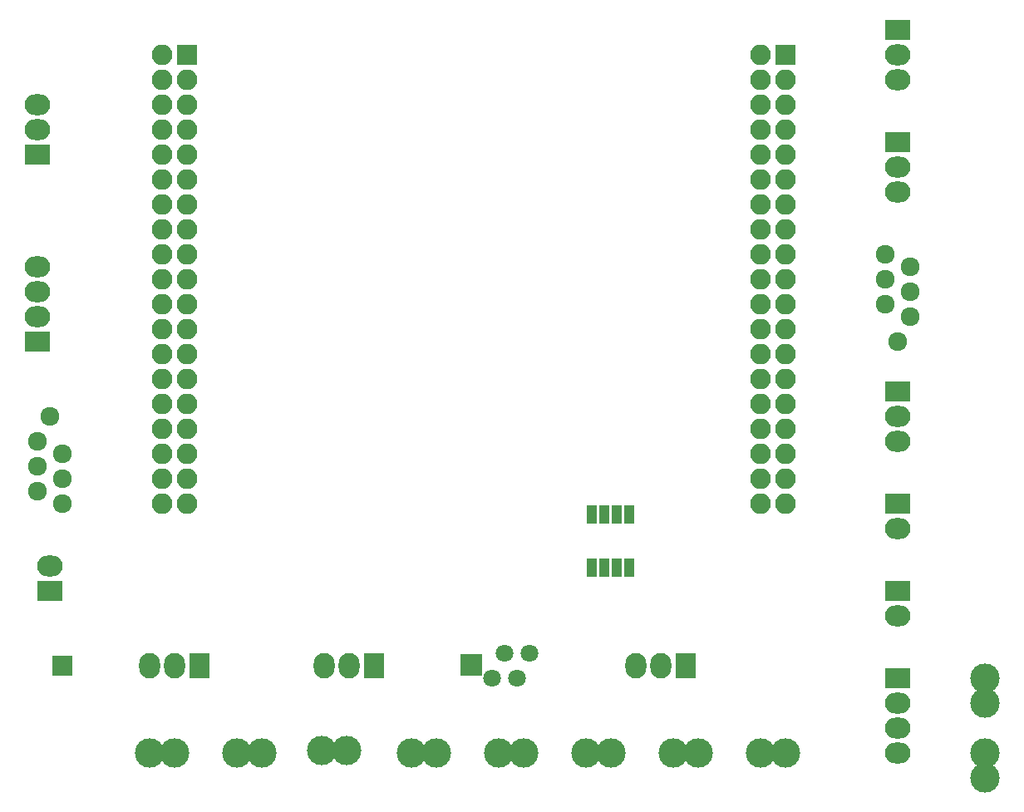
<source format=gbs>
G04 #@! TF.GenerationSoftware,KiCad,Pcbnew,5.0.0-rc1-44a33f2~62~ubuntu16.04.1*
G04 #@! TF.CreationDate,2018-05-19T12:26:42+02:00*
G04 #@! TF.ProjectId,shield2018,736869656C64323031382E6B69636164,1.0*
G04 #@! TF.SameCoordinates,Original*
G04 #@! TF.FileFunction,Soldermask,Bot*
G04 #@! TF.FilePolarity,Negative*
%FSLAX46Y46*%
G04 Gerber Fmt 4.6, Leading zero omitted, Abs format (unit mm)*
G04 Created by KiCad (PCBNEW 5.0.0-rc1-44a33f2~62~ubuntu16.04.1) date Sat May 19 12:26:42 2018*
%MOMM*%
%LPD*%
G01*
G04 APERTURE LIST*
%ADD10R,2.100000X2.100000*%
%ADD11O,2.100000X2.100000*%
%ADD12C,3.000000*%
%ADD13C,1.800000*%
%ADD14R,2.200000X2.200000*%
%ADD15O,2.600000X2.140000*%
%ADD16R,2.600000X2.140000*%
%ADD17O,2.140000X2.600000*%
%ADD18R,2.140000X2.600000*%
%ADD19R,1.000000X1.950000*%
%ADD20C,1.924000*%
G04 APERTURE END LIST*
D10*
X78740000Y-82550000D03*
D11*
X76200000Y-82550000D03*
X78740000Y-85090000D03*
X76200000Y-85090000D03*
X78740000Y-87630000D03*
X76200000Y-87630000D03*
X78740000Y-90170000D03*
X76200000Y-90170000D03*
X78740000Y-92710000D03*
X76200000Y-92710000D03*
X78740000Y-95250000D03*
X76200000Y-95250000D03*
X78740000Y-97790000D03*
X76200000Y-97790000D03*
X78740000Y-100330000D03*
X76200000Y-100330000D03*
X78740000Y-102870000D03*
X76200000Y-102870000D03*
X78740000Y-105410000D03*
X76200000Y-105410000D03*
X78740000Y-107950000D03*
X76200000Y-107950000D03*
X78740000Y-110490000D03*
X76200000Y-110490000D03*
X78740000Y-113030000D03*
X76200000Y-113030000D03*
X78740000Y-115570000D03*
X76200000Y-115570000D03*
X78740000Y-118110000D03*
X76200000Y-118110000D03*
X78740000Y-120650000D03*
X76200000Y-120650000D03*
X78740000Y-123190000D03*
X76200000Y-123190000D03*
X78740000Y-125730000D03*
X76200000Y-125730000D03*
X78740000Y-128270000D03*
X76200000Y-128270000D03*
D10*
X139700000Y-82550000D03*
D11*
X137160000Y-82550000D03*
X139700000Y-85090000D03*
X137160000Y-85090000D03*
X139700000Y-87630000D03*
X137160000Y-87630000D03*
X139700000Y-90170000D03*
X137160000Y-90170000D03*
X139700000Y-92710000D03*
X137160000Y-92710000D03*
X139700000Y-95250000D03*
X137160000Y-95250000D03*
X139700000Y-97790000D03*
X137160000Y-97790000D03*
X139700000Y-100330000D03*
X137160000Y-100330000D03*
X139700000Y-102870000D03*
X137160000Y-102870000D03*
X139700000Y-105410000D03*
X137160000Y-105410000D03*
X139700000Y-107950000D03*
X137160000Y-107950000D03*
X139700000Y-110490000D03*
X137160000Y-110490000D03*
X139700000Y-113030000D03*
X137160000Y-113030000D03*
X139700000Y-115570000D03*
X137160000Y-115570000D03*
X139700000Y-118110000D03*
X137160000Y-118110000D03*
X139700000Y-120650000D03*
X137160000Y-120650000D03*
X139700000Y-123190000D03*
X137160000Y-123190000D03*
X139700000Y-125730000D03*
X137160000Y-125730000D03*
X139700000Y-128270000D03*
X137160000Y-128270000D03*
D12*
X160020000Y-146050000D03*
X160020000Y-148590000D03*
X160020000Y-153670000D03*
X160020000Y-156210000D03*
X113030000Y-153670000D03*
X110490000Y-153670000D03*
X121920000Y-153670000D03*
X119380000Y-153670000D03*
X130810000Y-153670000D03*
X128270000Y-153670000D03*
X139700000Y-153670000D03*
X137160000Y-153670000D03*
D13*
X109855000Y-146050000D03*
X111125000Y-143510000D03*
X112395000Y-146050000D03*
X113665000Y-143510000D03*
D14*
X107683300Y-144729200D03*
D15*
X64770000Y-134620000D03*
D16*
X64770000Y-137160000D03*
D17*
X92710000Y-144780000D03*
X95250000Y-144780000D03*
D18*
X97790000Y-144780000D03*
D15*
X151130000Y-85090000D03*
X151130000Y-82550000D03*
D16*
X151130000Y-80010000D03*
D15*
X151130000Y-96520000D03*
X151130000Y-93980000D03*
D16*
X151130000Y-91440000D03*
D15*
X151130000Y-121920000D03*
X151130000Y-119380000D03*
D16*
X151130000Y-116840000D03*
D19*
X123825000Y-129380000D03*
X122555000Y-129380000D03*
X121285000Y-129380000D03*
X120015000Y-129380000D03*
X120015000Y-134780000D03*
X121285000Y-134780000D03*
X122555000Y-134780000D03*
X123825000Y-134780000D03*
D12*
X77470000Y-153670000D03*
X74930000Y-153670000D03*
X86360000Y-153670000D03*
X83820000Y-153670000D03*
X104140000Y-153670000D03*
X101600000Y-153670000D03*
X94996000Y-153416000D03*
X92456000Y-153416000D03*
D15*
X151130000Y-139700000D03*
D16*
X151130000Y-137160000D03*
D15*
X151130000Y-130810000D03*
D16*
X151130000Y-128270000D03*
D17*
X124460000Y-144780000D03*
X127000000Y-144780000D03*
D18*
X129540000Y-144780000D03*
D17*
X74930000Y-144780000D03*
X77470000Y-144780000D03*
D18*
X80010000Y-144780000D03*
D15*
X63500000Y-87630000D03*
X63500000Y-90170000D03*
D16*
X63500000Y-92710000D03*
D15*
X151130000Y-153670000D03*
X151130000Y-151130000D03*
X151130000Y-148590000D03*
D16*
X151130000Y-146050000D03*
D15*
X63500000Y-104140000D03*
X63500000Y-106680000D03*
X63500000Y-109220000D03*
D16*
X63500000Y-111760000D03*
D10*
X66040000Y-144780000D03*
D20*
X64770000Y-119380000D03*
X66040000Y-123190000D03*
X63500000Y-121920000D03*
X63500000Y-124460000D03*
X66040000Y-125730000D03*
X63500000Y-127000000D03*
X66040000Y-128270000D03*
X151130000Y-111760000D03*
X149860000Y-107950000D03*
X152400000Y-109220000D03*
X152400000Y-106680000D03*
X149860000Y-105410000D03*
X152400000Y-104140000D03*
X149860000Y-102870000D03*
M02*

</source>
